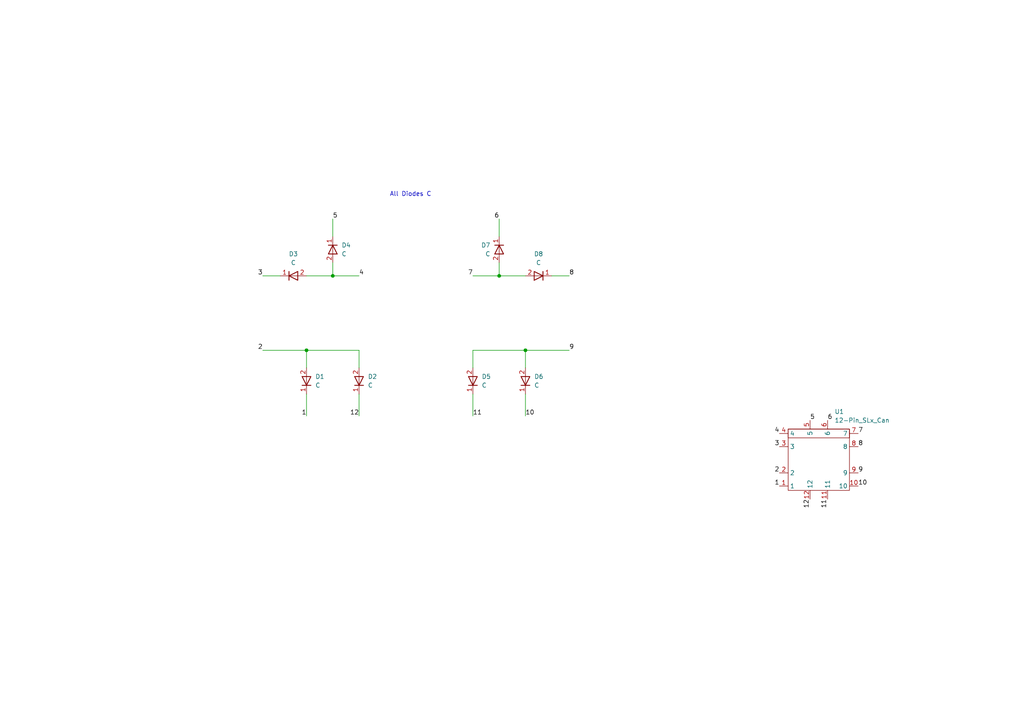
<source format=kicad_sch>
(kicad_sch (version 20211123) (generator eeschema)
  (paper "A4")
  (lib_symbols
    (symbol "IBM_SLT-SLD:12-Pin_SLx_Can"
      (property "Reference" "U" (at 0 -2.54 0))
      (property "Value" "12-Pin_SLx_Can" (at 0 0 0))
      (symbol "12-Pin_SLx_Can_0_1"
        (rectangle (start -8.89 8.89) (end 8.89 -8.89))
        (rectangle (start -8.89 8.89) (end 8.89 6.35))
      )
      (symbol "12-Pin_SLx_Can_1_1"
        (pin passive line (at -11.43 -7.62 0) (length 2.54) (name "1") (number "1"))
        (pin passive line (at 11.43 -7.62 180) (length 2.54) (name "10") (number "10"))
        (pin passive line (at 2.54 -11.43 90) (length 2.54) (name "11") (number "11"))
        (pin passive line (at -2.54 -11.43 90) (length 2.54) (name "12") (number "12"))
        (pin passive line (at -11.43 -3.81 0) (length 2.54) (name "2") (number "2"))
        (pin passive line (at -11.43 3.81 0) (length 2.54) (name "3") (number "3"))
        (pin passive line (at -11.43 7.62 0) (length 2.54) (name "4") (number "4"))
        (pin passive line (at -2.54 11.43 270) (length 2.54) (name "5") (number "5"))
        (pin passive line (at 2.54 11.43 270) (length 2.54) (name "6") (number "6"))
        (pin passive line (at 11.43 7.62 180) (length 2.54) (name "7") (number "7"))
        (pin passive line (at 11.43 3.81 180) (length 2.54) (name "8") (number "8"))
        (pin passive line (at 11.43 -3.81 180) (length 2.54) (name "9") (number "9"))
      )
    )
    (symbol "IBM_SLT-SLD:IBM_Diode"
      (property "Reference" "D" (at 0 5.08 0))
      (property "Value" "IBM_Diode" (at 0 2.54 0))
      (symbol "IBM_Diode_0_1"
        (polyline (pts (xy -1.27 1.27) (xy -1.27 -1.27)) (stroke (width 0.254)))
        (polyline (pts (xy 1.27 0) (xy -1.27 0)))
        (polyline (pts (xy 1.27 1.27) (xy 1.27 -1.27) (xy -1.27 0) (xy 1.27 1.27)) (stroke (width 0.254)))
      )
      (symbol "IBM_Diode_1_1"
        (pin passive line (at -3.81 0 0) (length 2.54) (name "K") (number "1"))
        (pin passive line (at 3.81 0 180) (length 2.54) (name "A") (number "2"))
      )
    )
  )
  (junction (at 96.52 80.01))
  (junction (at 152.4 101.6))
  (junction (at 88.9 101.6))
  (junction (at 144.78 80.01))
  (wire (pts (xy 152.4 114.3) (xy 152.4 120.65)))
  (wire (pts (xy 96.52 63.5) (xy 96.52 68.58)))
  (wire (pts (xy 144.78 63.5) (xy 144.78 68.58)))
  (wire (pts (xy 88.9 80.01) (xy 96.52 80.01)))
  (wire (pts (xy 137.16 114.3) (xy 137.16 120.65)))
  (wire (pts (xy 165.1 101.6) (xy 152.4 101.6)))
  (wire (pts (xy 152.4 80.01) (xy 144.78 80.01)))
  (wire (pts (xy 96.52 80.01) (xy 104.14 80.01)))
  (wire (pts (xy 137.16 106.68) (xy 137.16 101.6)))
  (wire (pts (xy 88.9 101.6) (xy 88.9 106.68)))
  (wire (pts (xy 104.14 106.68) (xy 104.14 101.6)))
  (wire (pts (xy 152.4 101.6) (xy 137.16 101.6)))
  (wire (pts (xy 104.14 114.3) (xy 104.14 120.65)))
  (wire (pts (xy 144.78 76.2) (xy 144.78 80.01)))
  (wire (pts (xy 76.2 101.6) (xy 88.9 101.6)))
  (wire (pts (xy 144.78 80.01) (xy 137.16 80.01)))
  (wire (pts (xy 96.52 76.2) (xy 96.52 80.01)))
  (wire (pts (xy 76.2 80.01) (xy 81.28 80.01)))
  (wire (pts (xy 88.9 114.3) (xy 88.9 120.65)))
  (wire (pts (xy 88.9 101.6) (xy 104.14 101.6)))
  (wire (pts (xy 152.4 101.6) (xy 152.4 106.68)))
  (wire (pts (xy 160.02 80.01) (xy 165.1 80.01)))
  (text "All Diodes C" (at 113.03 57.15 0) (effects (font (size 1.27 1.27)) (justify left bottom)))
  (label "9" (at 248.92 137.16 0))
  (label "7" (at 248.92 125.73 0))
  (label "2" (at 76.2 101.6 180))
  (label "5" (at 234.95 121.92 0))
  (label "8" (at 165.1 80.01 0))
  (label "11" (at 240.03 144.78 270))
  (label "10" (at 152.4 120.65 0))
  (label "4" (at 226.06 125.73 180))
  (label "10" (at 248.92 140.97 0))
  (label "3" (at 226.06 129.54 180))
  (label "11" (at 137.16 120.65 0))
  (label "8" (at 248.92 129.54 0))
  (label "9" (at 165.1 101.6 0))
  (label "12" (at 104.14 120.65 180))
  (label "1" (at 226.06 140.97 180))
  (label "4" (at 104.14 80.01 0))
  (label "1" (at 88.9 120.65 180))
  (label "12" (at 234.95 144.78 270))
  (label "5" (at 96.52 63.5 0))
  (label "6" (at 144.78 63.5 180))
  (label "2" (at 226.06 137.16 180))
  (label "7" (at 137.16 80.01 180))
  (label "3" (at 76.2 80.01 180))
  (label "6" (at 240.03 121.92 0))
  (symbol (lib_id "IBM_SLT-SLD:IBM_Diode") (at 96.52 72.39 270) (unit 1)
    (property "Reference" "D4" (at 99.06 71.1199 90) (effects (justify left)))
    (property "Value" "C" (at 99.06 73.6599 90) (effects (justify left)))
    (property "Footprint" "Diode_SMD:D_0201_0603Metric" (effects hide))
  )
  (symbol (lib_id "IBM_SLT-SLD:IBM_Diode") (at 104.14 110.49 90) (unit 1)
    (property "Reference" "D2" (at 106.68 109.2199 90) (effects (justify right)))
    (property "Value" "C" (at 106.68 111.7599 90) (effects (justify right)))
    (property "Footprint" "Diode_SMD:D_0201_0603Metric" (effects hide))
  )
  (symbol (lib_id "IBM_SLT-SLD:IBM_Diode") (at 144.78 72.39 90) (mirror x) (unit 1)
    (property "Reference" "D7" (at 142.24 71.1199 90) (effects (justify left)))
    (property "Value" "C" (at 142.24 73.6599 90) (effects (justify left)))
    (property "Footprint" "Diode_SMD:D_0201_0603Metric" (effects hide))
  )
  (symbol (lib_id "IBM_SLT-SLD:12-Pin_SLx_Can") (at 237.49 133.35 0) (unit 1)
    (property "Reference" "U1" (at 242.0494 119.38 0) (effects (justify left)))
    (property "Value" "12-Pin_SLx_Can" (at 242.0494 121.92 0) (effects (justify left)))
    (property "Footprint" "IBM_SLT-SLD:12-Pin_SLx_Can" (effects hide))
  )
  (symbol (lib_id "IBM_SLT-SLD:IBM_Diode") (at 88.9 110.49 90) (unit 1)
    (property "Reference" "D1" (at 91.44 109.2199 90) (effects (justify right)))
    (property "Value" "C" (at 91.44 111.7599 90) (effects (justify right)))
    (property "Footprint" "Diode_SMD:D_0201_0603Metric" (effects hide))
  )
  (symbol (lib_id "IBM_SLT-SLD:IBM_Diode") (at 156.21 80.01 180) (unit 1)
    (property "Reference" "D8" (at 156.21 73.66 0))
    (property "Value" "C" (at 156.21 76.2 0))
    (property "Footprint" "Diode_SMD:D_0201_0603Metric" (effects hide))
  )
  (symbol (lib_id "IBM_SLT-SLD:IBM_Diode") (at 85.09 80.01 0) (unit 1)
    (property "Reference" "D3" (at 85.09 73.66 0))
    (property "Value" "C" (at 85.09 76.2 0))
    (property "Footprint" "Diode_SMD:D_0201_0603Metric" (effects hide))
  )
  (symbol (lib_id "IBM_SLT-SLD:IBM_Diode") (at 137.16 110.49 90) (unit 1)
    (property "Reference" "D5" (at 139.7 109.2199 90) (effects (justify right)))
    (property "Value" "C" (at 139.7 111.7599 90) (effects (justify right)))
    (property "Footprint" "Diode_SMD:D_0201_0603Metric" (effects hide))
  )
  (symbol (lib_id "IBM_SLT-SLD:IBM_Diode") (at 152.4 110.49 90) (unit 1)
    (property "Reference" "D6" (at 154.94 109.2199 90) (effects (justify right)))
    (property "Value" "C" (at 154.94 111.7599 90) (effects (justify right)))
    (property "Footprint" "Diode_SMD:D_0201_0603Metric" (effects hide))
  )
)
</source>
